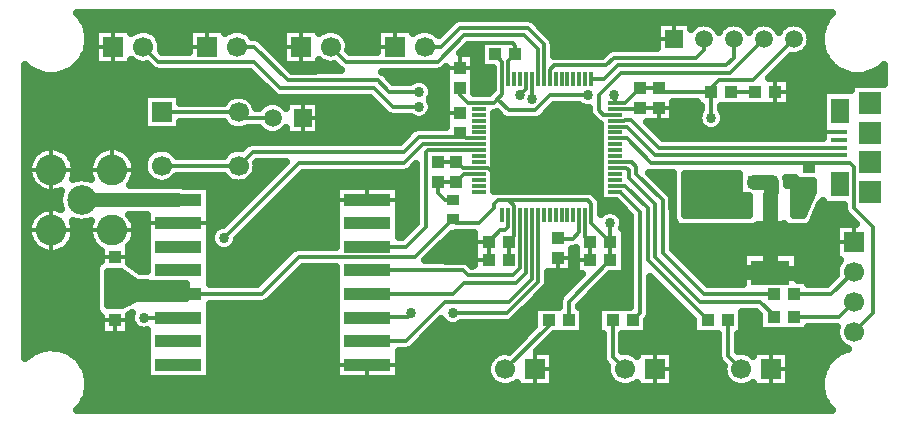
<source format=gbr>
%TF.GenerationSoftware,Novarm,DipTrace,3.3.0.1*%
%TF.CreationDate,2018-11-14T10:18:31-08:00*%
%FSLAX26Y26*%
%MOIN*%
%TF.FileFunction,Copper,L1,Top*%
%TF.Part,Single*%
%TA.AperFunction,Conductor*%
%ADD14C,0.013*%
%ADD15C,0.011811*%
%ADD16C,0.047*%
%ADD17C,0.05*%
%TA.AperFunction,CopperBalancing*%
%ADD18C,0.025*%
%TA.AperFunction,ComponentPad*%
%ADD19C,0.102362*%
%ADD20C,0.098425*%
%ADD21R,0.043307X0.03937*%
%ADD22R,0.03937X0.043307*%
%TA.AperFunction,ComponentPad*%
%ADD23R,0.066929X0.066929*%
%ADD24C,0.066929*%
%ADD25R,0.059055X0.059055*%
%ADD26C,0.059055*%
%ADD27R,0.03937X0.037402*%
%TA.AperFunction,ComponentPad*%
%ADD28C,0.066929*%
%ADD30R,0.037402X0.084646*%
%ADD31R,0.127953X0.084646*%
%ADD36R,0.047244X0.011811*%
%ADD37R,0.011811X0.047244*%
%ADD38R,0.055118X0.017717*%
%ADD39R,0.064961X0.084646*%
%ADD40R,0.076772X0.072835*%
%ADD41R,0.076772X0.076772*%
%ADD42R,0.15748X0.03937*%
%TA.AperFunction,ViaPad*%
%ADD43C,0.034*%
%TA.AperFunction,CopperBalancing*%
%ADD97C,0.013*%
G75*
G01*
%LPD*%
X2396456Y1456200D2*
D14*
X2431200D1*
X2481200Y1506200D1*
X2543700D1*
X2317716Y1082184D2*
Y1057184D1*
X2381200Y993700D1*
Y931200D1*
X2022440Y1534940D2*
Y1593717D1*
X1997939Y1618218D1*
X2061810Y1082184D2*
Y1011810D1*
X2043700Y993700D1*
X1881200Y1506200D2*
Y1481200D1*
X1906200Y1456200D1*
X1943700D1*
X2061810Y1082184D2*
Y1113090D1*
X2043700Y1131200D1*
X2006200D1*
X1993700Y1118700D1*
Y1106200D1*
X1943700Y1056200D1*
X1868700D1*
X1856200Y1068700D1*
X2317716Y1082184D2*
Y1119684D1*
X2306200Y1131200D1*
X2043700D1*
Y931200D2*
Y993700D1*
X2243700Y731200D2*
Y793700D1*
X2381200Y931200D1*
X941830Y819291D2*
X1219291D1*
X1343700Y943700D1*
X1731200D1*
X1856200Y1068700D1*
X2718700Y1493700D2*
Y1406200D1*
Y1206200D2*
X2793700D1*
Y1193700D1*
X2718700Y1493700D2*
Y1506200D1*
X2743700Y1531200D1*
X2856200D1*
X2993700Y1668700D1*
X1943700Y1456200D2*
D15*
X1973822D1*
D14*
X1993700D1*
X2007417Y1469917D1*
X2022440Y1484940D1*
Y1504818D1*
D15*
Y1534940D1*
X2718700Y1493700D2*
D14*
X2556200D1*
X2543700Y1506200D1*
X2396456Y1456200D2*
D15*
Y1468606D1*
D14*
X2393700D1*
Y1481200D1*
X2306200D2*
X2181200D1*
X2131200Y1431200D1*
X2043700D1*
X2004983Y1469917D1*
X2007417D1*
X2718700Y1206200D2*
X2643700Y1131200D1*
X2381200Y1056200D2*
Y993700D1*
X941830Y1134251D2*
D16*
X620078Y1132578D1*
X2298031Y1082184D2*
D14*
Y1009940D1*
X2314271Y993700D1*
Y931200D1*
X1943700Y1239665D2*
X1889665D1*
X1868700Y1260629D1*
X1806200D1*
X2042125Y1534940D2*
Y1595476D1*
X2064868Y1618218D1*
X2396456Y1436515D2*
X2478444D1*
X2481200Y1439271D1*
X2543700D1*
X1976771Y993700D2*
Y931200D1*
X2042125Y1082184D2*
D15*
Y1052062D1*
D14*
Y1042125D1*
X2031200Y1031200D1*
X2014271D1*
X1976771Y993700D1*
X2006200Y1231200D2*
X1982287D1*
X1973822Y1239665D1*
D15*
X1943700D1*
X2818700Y893700D2*
D17*
X2912302D1*
X2915649Y890354D1*
X3006200D1*
Y893700D1*
X2915649Y890354D2*
Y1118700D1*
X2918700Y1193700D1*
X2860629D1*
X1931200Y1643700D2*
D14*
X1943700Y1656200D1*
X2056200D1*
X2064868Y1647532D1*
Y1618218D1*
X2120865Y1082184D2*
D15*
Y1052062D1*
D14*
Y870865D1*
X2043700Y793700D1*
X1831200D1*
X1699310Y661810D1*
X1571751D1*
X1581102Y731200D2*
X1571751Y740550D1*
Y743700D1*
X1706200D1*
X1718700Y756200D1*
X1856200D2*
X2037401D1*
X2140550Y859350D1*
Y1052062D1*
D15*
Y1082184D1*
X2176771Y731200D2*
D14*
Y714271D1*
X2031200Y568700D1*
X2389271Y731200D2*
Y610629D1*
X2431200Y568700D1*
X2993700Y743700D2*
X3143700D1*
X3193700Y793700D1*
X1142687Y1424340D2*
X886781D1*
X1256200Y1406200D2*
X1160827D1*
X1142687Y1424340D1*
X2278346Y1082184D2*
Y1024624D1*
X2257007Y1003285D1*
X2211973D1*
X2209067Y1006191D1*
X2773129Y731200D2*
Y614271D1*
X2818700Y568700D1*
X1943700Y1219980D2*
X1894980D1*
X1868700Y1193700D1*
X1806200D1*
Y1156200D1*
X1830708Y1131692D1*
X1856200D1*
X2785629Y1493700D2*
X2864271D1*
X2120865Y1534940D2*
D15*
Y1504818D1*
D14*
Y1470865D1*
X1743700Y1443700D2*
X1656200D1*
X1593700Y1506200D1*
X1281200D1*
X1193700Y1593700D1*
X875098D1*
X825098Y1643700D1*
X2179920Y1534940D2*
D15*
Y1565062D1*
D14*
Y1567420D1*
X2193700Y1581200D1*
X2368700D1*
X2393700Y1606200D1*
X2668700D1*
X2693700Y1631200D1*
Y1668700D1*
X1142687Y1247175D2*
X886781D1*
X1943700Y1338090D2*
X1899310D1*
X1881200Y1356200D1*
Y1343700D1*
X1743700D1*
X1693700Y1293700D1*
X1189212D1*
X1142687Y1247175D1*
X3143700Y1307381D2*
X2542527D1*
X2449606Y1400302D1*
X2429735D1*
X2426578Y1397145D1*
X2396456D1*
X3143700Y1281791D2*
X2531347D1*
X2438835Y1374302D1*
X2429735D1*
X2426578Y1377460D1*
X2396456D1*
X2160235Y1534940D2*
D15*
Y1565062D1*
D14*
Y1652165D1*
X2106200Y1706200D1*
X1881200D1*
X1818700Y1643700D1*
X1762598D1*
X2140550Y1534940D2*
D15*
Y1565062D1*
D14*
Y1634350D1*
X2093700Y1681200D1*
X1893700D1*
X1806200Y1593700D1*
X1500098D1*
X1450098Y1643700D1*
X2101180Y1534940D2*
D15*
Y1504818D1*
X1137598Y1643700D2*
D14*
X1193700D1*
X1306200Y1531200D1*
X1606200D1*
X1643700Y1493700D1*
X1743700D1*
X2081200Y1481200D2*
X2101180Y1501180D1*
D15*
Y1534940D1*
X941830Y740550D2*
D14*
X828050D1*
X1093700Y1006200D2*
X1343700Y1256200D1*
X1693700D1*
D15*
X1755905Y1318405D1*
X1943700D1*
Y1298720D2*
X1913578D1*
D14*
X1773720D1*
X1768700Y1293700D1*
Y1043700D1*
X1701771Y976771D1*
X1571751D1*
X3193700Y893700D2*
X3118700Y818700D1*
X2993700D1*
X2396456Y1160924D2*
D15*
X2413976D1*
X2481200Y1093700D1*
D14*
Y756200D1*
X2456200Y731200D1*
X2396456Y1259350D2*
D15*
X2426578D1*
D14*
X2453050D1*
X2468700Y1243700D1*
Y1218700D1*
X2556200Y1131200D1*
Y956200D1*
X2693700Y818700D1*
X2926771D1*
X2101180Y1082184D2*
D15*
Y1052062D1*
D14*
Y888680D1*
X2068700Y856200D1*
X1893700D1*
X1856791Y819291D1*
X1571751D1*
X2317716Y1534940D2*
D15*
X2330121D1*
D14*
X2359940D1*
X2406200Y1581200D1*
X2768700D1*
X2793700Y1606200D1*
Y1668700D1*
X2396456Y1416830D2*
D15*
X2366334D1*
D14*
X2358070D1*
X2343700Y1431200D1*
Y1481200D1*
X2418700Y1556200D1*
X2781200D1*
X2893700Y1668700D1*
X2396456Y1180609D2*
X2431791D1*
X2506200Y1106200D1*
Y931200D1*
X2706200Y731200D1*
X2396456Y1239665D2*
D15*
X2435235D1*
D14*
X2443700Y1231200D1*
Y1206200D1*
X2531200Y1118700D1*
Y943700D1*
X2681200Y793700D1*
X2881200D1*
X2926771Y748129D1*
Y743700D1*
X2396456Y1338090D2*
D15*
X2426578D1*
D14*
X2436810D1*
X2518700Y1256200D1*
X3043700D1*
Y1243700D1*
X3143700Y1256200D2*
X3043700D1*
X3143700D2*
X3181200D1*
X3193700Y1243700D1*
Y1106200D1*
X3256200Y1043700D1*
Y756200D1*
X3193700Y693700D1*
X2081495Y1082184D2*
D15*
Y1052062D1*
D14*
Y906495D1*
X2056200Y881200D1*
X1906200D1*
X1889369Y898031D1*
X1571751D1*
D43*
X2718700Y1406200D3*
Y1206200D3*
X2393700Y1481200D3*
X2306200D3*
X2643700Y1131200D3*
X2381200Y1056200D3*
X2718700Y1206200D3*
X1718700Y756200D3*
X1856200D3*
X2120865Y1470865D3*
X1743700Y1443700D3*
Y1493700D3*
X2081200Y1481200D3*
X828050Y740550D3*
X1093700Y1006200D3*
X3043700Y1343700D3*
X2006200Y1231200D3*
X1906200Y993700D3*
X2818700Y893700D3*
X3006200D3*
X2006200Y1393700D3*
X2243700Y1418700D3*
X2318700Y1181200D3*
X2193700Y1306200D3*
X2568700Y1206200D3*
X2843700Y1006200D3*
X3006200D3*
X2718700Y868700D3*
X2618700Y956200D3*
X1956200Y1531200D3*
X2868700Y731200D3*
X2543700Y818700D3*
X2393700Y831200D3*
X2181200D3*
X1793700Y943700D3*
X1806200Y693700D3*
X1456200Y631200D3*
X1081200D3*
X1431200Y881200D3*
X1081200Y918700D3*
X1443700Y1093700D3*
X1093700Y1156200D3*
X1243700Y1243700D3*
X1556200Y1331200D3*
X1681200Y1543700D3*
X1931200Y1643700D3*
X1568700Y1631200D3*
X1406200Y1568700D3*
X931200Y1631200D3*
Y1543700D3*
X1143700D3*
X1256200Y1681200D3*
X1018700Y1331200D3*
X806200Y618700D3*
X606200Y831200D3*
X3131200Y1081200D3*
X2281200Y1631200D3*
X1706200Y1056200D3*
X1718700Y1218700D3*
X2568700Y1343700D3*
X2781200Y1356200D3*
X2931200Y1343700D3*
X2318700Y731200D3*
X2293700Y581200D3*
X2718700Y656200D3*
X3106200Y681200D3*
X627237Y1730331D2*
D18*
X1856186D1*
X2131214D2*
X3097671D1*
X638182Y1705462D2*
X1831283D1*
X2156119D2*
X2535187D1*
X3038474D2*
X3086726D1*
X643241Y1680594D2*
X662642D1*
X874873D2*
X975121D1*
X1187352D2*
X1287637D1*
X1499868D2*
X1600116D1*
X2180986D2*
X2535187D1*
X3050962D2*
X3081630D1*
X643133Y1655725D2*
X662642D1*
X886356D2*
X975121D1*
X1230844D2*
X1287637D1*
X1511351D2*
X1600116D1*
X2195554D2*
X2535187D1*
X3050710D2*
X3081775D1*
X637859Y1630856D2*
X662642D1*
X887109D2*
X975121D1*
X1255712D2*
X1287637D1*
X1512104D2*
X1600116D1*
X1892514D2*
X1947296D1*
X2195734D2*
X2369258D1*
X3037506D2*
X3087049D1*
X626591Y1605987D2*
X662642D1*
X1929868D2*
X1947296D1*
X2980163D2*
X3098317D1*
X607033Y1581119D2*
X838511D1*
X1305448D2*
X1463506D1*
X1929868D2*
X1947296D1*
X2955294D2*
X3117875D1*
X434718Y1556250D2*
X467289D1*
X570109D2*
X1181994D1*
X1630200D2*
X1832503D1*
X1929868D2*
X1986948D1*
X2930427D2*
X3154763D1*
X3257619D2*
X3290190D1*
X434718Y1531381D2*
X1206861D1*
X1655175D2*
X1719468D1*
X1767923D2*
X1832503D1*
X1929868D2*
X1987128D1*
X2981850D2*
X3290190D1*
X434718Y1506512D2*
X1231729D1*
X1787767D2*
X1832503D1*
X1929868D2*
X1986983D1*
X2981850D2*
X3181641D1*
X434718Y1481644D2*
X824301D1*
X949262D2*
X1122533D1*
X1162844D2*
X1256669D1*
X1787982D2*
X1832503D1*
X2981850D2*
X3087157D1*
X434718Y1456775D2*
X824301D1*
X1195607D2*
X1229577D1*
X1282805D2*
X1297684D1*
X1414714D2*
X1593944D1*
X1787695D2*
X1832503D1*
X2592398D2*
X2668029D1*
X2981850D2*
X3087157D1*
X434718Y1431906D2*
X824301D1*
X1414714D2*
X1618813D1*
X1788054D2*
X1832503D1*
X2181058D2*
X2308183D1*
X2592398D2*
X2681092D1*
X2756281D2*
X3087157D1*
X434718Y1407037D2*
X824301D1*
X1414714D2*
X1717781D1*
X1769609D2*
X1832503D1*
X1996326D2*
X2018742D1*
X2156190D2*
X2318697D1*
X2592398D2*
X2672695D1*
X2764678D2*
X3087157D1*
X434718Y1382169D2*
X824301D1*
X949262D2*
X1097558D1*
X1414714D2*
X1832503D1*
X1996326D2*
X2343817D1*
X2516898D2*
X2679944D1*
X2757465D2*
X3087157D1*
X434718Y1357300D2*
X1226347D1*
X1414714D2*
X1708128D1*
X1996326D2*
X2343817D1*
X2541766D2*
X3087157D1*
X434718Y1332431D2*
X1683260D1*
X1996326D2*
X2343817D1*
X434718Y1307562D2*
X491367D1*
X546031D2*
X694112D1*
X748776D2*
X1153897D1*
X1996326D2*
X2343817D1*
X434718Y1282693D2*
X455699D1*
X581700D2*
X658480D1*
X784445D2*
X835962D1*
X937599D2*
X1091889D1*
X1996326D2*
X2343817D1*
X595120Y1257825D2*
X645023D1*
X797865D2*
X825270D1*
X1204183D2*
X1296142D1*
X1996326D2*
X2343817D1*
X598888Y1232956D2*
X641291D1*
X801634D2*
X826023D1*
X1203428D2*
X1271273D1*
X1719623D2*
X1733210D1*
X1996326D2*
X2343817D1*
X594439Y1208087D2*
X612045D1*
X628133D2*
X645705D1*
X797220D2*
X838797D1*
X934764D2*
X1094724D1*
X1190654D2*
X1246406D1*
X1344741D2*
X1733210D1*
X1996326D2*
X2343817D1*
X2528489D2*
X2589695D1*
X434718Y1183218D2*
X457385D1*
X954428D2*
X1221539D1*
X1319873D2*
X1733210D1*
X1996326D2*
X2343817D1*
X2553356D2*
X2589695D1*
X434718Y1158350D2*
X498364D1*
X1049557D2*
X1196671D1*
X1295006D2*
X1464008D1*
X1679504D2*
X1733210D1*
X2327465D2*
X2343817D1*
X434718Y1133481D2*
X541856D1*
X1049557D2*
X1171802D1*
X1270138D2*
X1464008D1*
X1679504D2*
X1733210D1*
X434718Y1108612D2*
X509739D1*
X527658D2*
X545767D1*
X1049557D2*
X1146935D1*
X1245270D2*
X1464008D1*
X1679504D2*
X1733210D1*
X2353230D2*
X2417953D1*
X3079633D2*
X3158208D1*
X434718Y1083743D2*
X458999D1*
X1049557D2*
X1122067D1*
X1220402D2*
X1464008D1*
X1679504D2*
X1733210D1*
X2417355D2*
X2442821D1*
X3068976D2*
X3167036D1*
X796539Y1058875D2*
X834096D1*
X1049557D2*
X1097200D1*
X1195535D2*
X1464008D1*
X1679504D2*
X1733210D1*
X2427116D2*
X2445692D1*
X3058318D2*
X3191867D1*
X598817Y1034006D2*
X641327D1*
X801598D2*
X834096D1*
X1170667D2*
X1464008D1*
X1679504D2*
X1709851D1*
X2431852D2*
X2445692D1*
X2591716D2*
X3131224D1*
X595695Y1009137D2*
X644485D1*
X798440D2*
X834096D1*
X1145798D2*
X1464008D1*
X1845792D2*
X1926124D1*
X2431852D2*
X2445692D1*
X2591716D2*
X3131224D1*
X434718Y984268D2*
X454298D1*
X583099D2*
X657044D1*
X785844D2*
X834096D1*
X1133777D2*
X1464008D1*
X1820924D2*
X1926124D1*
X2431852D2*
X2445692D1*
X2591716D2*
X3131224D1*
X434718Y959399D2*
X486558D1*
X550839D2*
X682522D1*
X779888D2*
X834096D1*
X1049557D2*
X1310245D1*
X1796057D2*
X1926124D1*
X2431852D2*
X2445692D1*
X2602159D2*
X3131224D1*
X434718Y934531D2*
X682522D1*
X779888D2*
X834096D1*
X1049557D2*
X1285376D1*
X1771188D2*
X1926124D1*
X2431852D2*
X2445692D1*
X2627027D2*
X2822655D1*
X3008619D2*
X3131224D1*
X434718Y909662D2*
X664939D1*
X798260D2*
X834096D1*
X1049557D2*
X1260508D1*
X1358843D2*
X1464008D1*
X2431852D2*
X2445692D1*
X2651894D2*
X2822655D1*
X3008619D2*
X3133413D1*
X434718Y884793D2*
X664688D1*
X1049557D2*
X1235641D1*
X1333976D2*
X1464008D1*
X2176033D2*
X2285612D1*
X2383947D2*
X2445692D1*
X2676762D2*
X2822655D1*
X3008619D2*
X3131905D1*
X434718Y859924D2*
X664688D1*
X1049557D2*
X1210737D1*
X1309108D2*
X1464008D1*
X2176033D2*
X2260745D1*
X2359079D2*
X2445692D1*
X2701629D2*
X2822655D1*
X3044360D2*
X3110770D1*
X434718Y835056D2*
X664688D1*
X1284241D2*
X1464008D1*
X2165413D2*
X2235877D1*
X2334212D2*
X2445692D1*
X2516683D2*
X2553165D1*
X434718Y810187D2*
X664688D1*
X1259372D2*
X1464008D1*
X2140545D2*
X2212624D1*
X2309344D2*
X2445692D1*
X2516683D2*
X2578032D1*
X434718Y785318D2*
X664688D1*
X1049557D2*
X1464008D1*
X2115676D2*
X2208210D1*
X2284476D2*
X2445692D1*
X2516683D2*
X2602901D1*
X434718Y760449D2*
X666015D1*
X1049557D2*
X1464008D1*
X2090809D2*
X2126107D1*
X2294344D2*
X2338613D1*
X2516683D2*
X2627768D1*
X2823780D2*
X2865285D1*
X434718Y735581D2*
X682522D1*
X1049557D2*
X1464008D1*
X2065941D2*
X2126107D1*
X2294344D2*
X2338613D1*
X2509470D2*
X2652636D1*
X2823780D2*
X2876123D1*
X434718Y710712D2*
X682522D1*
X779888D2*
X793906D1*
X1049557D2*
X1464008D1*
X1797384D2*
X2124025D1*
X2294344D2*
X2338613D1*
X2506851D2*
X2655543D1*
X2823780D2*
X2876123D1*
X434718Y685843D2*
X682522D1*
X779888D2*
X834096D1*
X1049557D2*
X1464008D1*
X1772516D2*
X2099158D1*
X2294344D2*
X2338613D1*
X2506851D2*
X2655543D1*
X2823780D2*
X3131762D1*
X434718Y660974D2*
X834096D1*
X1049557D2*
X1464008D1*
X1747649D2*
X2074291D1*
X2172661D2*
X2353756D1*
X2424783D2*
X2737645D1*
X2808636D2*
X3140948D1*
X434718Y636106D2*
X480781D1*
X556616D2*
X834096D1*
X1049557D2*
X1464008D1*
X1722494D2*
X2049423D1*
X2147758D2*
X2353756D1*
X2424783D2*
X2737645D1*
X2808636D2*
X3168292D1*
X601687Y611237D2*
X834096D1*
X1049557D2*
X1464008D1*
X1679504D2*
X1986445D1*
X2193653D2*
X2353756D1*
X2593654D2*
X2737752D1*
X2981167D2*
X3123221D1*
X623469Y586368D2*
X834096D1*
X1049557D2*
X1464008D1*
X1679504D2*
X1971410D1*
X2193653D2*
X2364378D1*
X2593654D2*
X2751855D1*
X2981167D2*
X3101439D1*
X636136Y561499D2*
X834096D1*
X1049557D2*
X1464008D1*
X1679504D2*
X1969186D1*
X2193653D2*
X2369187D1*
X2593654D2*
X2756663D1*
X2981167D2*
X3088772D1*
X642523Y536630D2*
X1978049D1*
X2193653D2*
X2378014D1*
X2593654D2*
X2765527D1*
X2981167D2*
X3082385D1*
X643636Y511762D2*
X2009878D1*
X2052520D2*
X2068728D1*
X2193653D2*
X2409878D1*
X2452522D2*
X2468729D1*
X2593654D2*
X2797393D1*
X2839999D2*
X2856242D1*
X2981167D2*
X3081272D1*
X639616Y486893D2*
X3085255D1*
X629964Y462024D2*
X3094944D1*
X612775Y437155D2*
X3112096D1*
X596359Y1029363D2*
X595600Y1020213D1*
X593767Y1011217D1*
X590885Y1002501D1*
X586995Y994184D1*
X582150Y986385D1*
X576420Y979212D1*
X569884Y972766D1*
X562632Y967134D1*
X554767Y962399D1*
X546397Y958624D1*
X537641Y955864D1*
X528620Y954155D1*
X519461Y953523D1*
X510292Y953976D1*
X501239Y955507D1*
X492431Y958095D1*
X483989Y961705D1*
X476032Y966285D1*
X468671Y971773D1*
X462010Y978091D1*
X456140Y985150D1*
X451144Y992852D1*
X447091Y1001091D1*
X444039Y1009750D1*
X442029Y1018708D1*
X441091Y1027842D1*
X441237Y1037022D1*
X442465Y1046120D1*
X444758Y1055010D1*
X448083Y1063567D1*
X452396Y1071672D1*
X457633Y1079213D1*
X463725Y1086082D1*
X470583Y1092184D1*
X478115Y1097436D1*
X486213Y1101762D1*
X494764Y1105102D1*
X503651Y1107410D1*
X512747Y1108653D1*
X521927Y1108814D1*
X531061Y1107892D1*
X540023Y1105897D1*
X548687Y1102860D1*
X550850Y1101911D1*
X548071Y1109182D1*
X546457Y1114903D1*
X545297Y1120734D1*
X544599Y1126637D1*
X544365Y1132578D1*
X544599Y1138519D1*
X545297Y1144422D1*
X546457Y1150252D1*
X548071Y1155974D1*
X550917Y1163260D1*
X542935Y1160151D1*
X534058Y1157808D1*
X524966Y1156528D1*
X515788Y1156330D1*
X506649Y1157216D1*
X497679Y1159172D1*
X489003Y1162175D1*
X480742Y1166180D1*
X473011Y1171132D1*
X465918Y1176961D1*
X459562Y1183587D1*
X454032Y1190915D1*
X449406Y1198846D1*
X445747Y1207267D1*
X443108Y1216060D1*
X441525Y1225103D1*
X441019Y1234271D1*
X441599Y1243434D1*
X443256Y1252464D1*
X445966Y1261235D1*
X449692Y1269627D1*
X454384Y1277519D1*
X459972Y1284802D1*
X466381Y1291376D1*
X473522Y1297148D1*
X481292Y1302037D1*
X489586Y1305974D1*
X498285Y1308906D1*
X507271Y1310792D1*
X516417Y1311603D1*
X525594Y1311330D1*
X534674Y1309977D1*
X543532Y1307561D1*
X552043Y1304117D1*
X560087Y1299693D1*
X567554Y1294352D1*
X574338Y1288166D1*
X580346Y1281224D1*
X585491Y1273620D1*
X589705Y1265462D1*
X592926Y1256865D1*
X595111Y1247948D1*
X596228Y1238835D1*
X596294Y1230283D1*
X595319Y1221154D1*
X593273Y1212204D1*
X590186Y1203557D1*
X589414Y1201804D1*
X596682Y1204585D1*
X602403Y1206199D1*
X608234Y1207359D1*
X614137Y1208057D1*
X620078Y1208291D1*
X626019Y1208057D1*
X631922Y1207359D1*
X637752Y1206199D1*
X643474Y1204585D1*
X650760Y1201739D1*
X647893Y1208999D1*
X645462Y1217852D1*
X644094Y1226931D1*
X643805Y1236107D1*
X644600Y1245254D1*
X646470Y1254242D1*
X649388Y1262948D1*
X653312Y1271249D1*
X658187Y1279027D1*
X663947Y1286178D1*
X670510Y1292598D1*
X677784Y1298199D1*
X685669Y1302902D1*
X694053Y1306644D1*
X702819Y1309368D1*
X711847Y1311040D1*
X721010Y1311636D1*
X730178Y1311146D1*
X739224Y1309578D1*
X748022Y1306953D1*
X756448Y1303309D1*
X764386Y1298696D1*
X771725Y1293179D1*
X778360Y1286835D1*
X784201Y1279752D1*
X789167Y1272029D1*
X793186Y1263775D1*
X796203Y1255104D1*
X798176Y1246137D1*
X799078Y1237001D1*
X798941Y1228449D1*
X797751Y1219346D1*
X795494Y1210445D1*
X792203Y1201875D1*
X787924Y1193752D1*
X782717Y1186191D1*
X780440Y1183409D1*
X945494Y1184117D1*
X953249Y1182930D1*
X960961Y1180436D1*
X1047070D1*
Y852306D1*
X1205615Y852291D1*
X1322268Y968793D1*
X1326457Y971838D1*
X1331071Y974188D1*
X1335997Y975788D1*
X1341111Y976599D1*
X1408004Y976700D1*
X1466532D1*
X1466511Y1180436D1*
X1676991D1*
Y1009771D1*
X1688124D1*
X1735705Y1057375D1*
X1735700Y1252367D1*
X1720398Y1236802D1*
X1717035Y1232865D1*
X1713098Y1229502D1*
X1708682Y1226797D1*
X1703898Y1224815D1*
X1698863Y1223607D1*
X1693700Y1223200D1*
X1357357D1*
X1137066Y1002787D1*
X1135998Y996045D1*
X1133889Y989553D1*
X1130789Y983472D1*
X1126777Y977949D1*
X1121951Y973123D1*
X1116428Y969111D1*
X1110347Y966011D1*
X1103855Y963902D1*
X1097113Y962834D1*
X1090287D1*
X1083545Y963902D1*
X1077053Y966011D1*
X1070972Y969111D1*
X1065449Y973123D1*
X1060623Y977949D1*
X1056611Y983472D1*
X1053511Y989553D1*
X1051402Y996045D1*
X1050334Y1002787D1*
Y1009613D1*
X1051402Y1016355D1*
X1053511Y1022847D1*
X1056611Y1028928D1*
X1060623Y1034451D1*
X1065449Y1039277D1*
X1070972Y1043289D1*
X1077053Y1046389D1*
X1083545Y1048498D1*
X1090407Y1049570D1*
X1301548Y1260717D1*
X1202913Y1260700D1*
X1201913Y1256556D1*
X1202651Y1247175D1*
X1201913Y1237794D1*
X1199717Y1228645D1*
X1196116Y1219952D1*
X1191199Y1211928D1*
X1185088Y1204773D1*
X1177934Y1198663D1*
X1169910Y1193746D1*
X1161217Y1190145D1*
X1152067Y1187949D1*
X1142687Y1187210D1*
X1133306Y1187949D1*
X1124157Y1190145D1*
X1115464Y1193746D1*
X1107440Y1198663D1*
X1100285Y1204773D1*
X1094175Y1211928D1*
X1092672Y1214176D1*
X936819Y1214175D1*
X932378Y1208231D1*
X925725Y1201578D1*
X918113Y1196046D1*
X909729Y1191775D1*
X900780Y1188868D1*
X891486Y1187396D1*
X882077D1*
X872783Y1188868D1*
X863834Y1191775D1*
X855449Y1196046D1*
X847838Y1201578D1*
X841184Y1208231D1*
X835653Y1215843D1*
X831381Y1224228D1*
X828474Y1233176D1*
X827002Y1242470D1*
Y1251880D1*
X828474Y1261174D1*
X831381Y1270123D1*
X835653Y1278507D1*
X841184Y1286119D1*
X847838Y1292772D1*
X855449Y1298304D1*
X863834Y1302575D1*
X872783Y1305482D1*
X882077Y1306955D1*
X891486D1*
X900780Y1305482D1*
X909729Y1302575D1*
X918113Y1298304D1*
X925725Y1292772D1*
X932378Y1286119D1*
X936796Y1280174D1*
X1092649Y1280175D1*
X1097090Y1286119D1*
X1103743Y1292772D1*
X1111355Y1298304D1*
X1119739Y1302575D1*
X1128688Y1305482D1*
X1137982Y1306955D1*
X1147392D1*
X1154720Y1305875D1*
X1167780Y1318793D1*
X1171969Y1321836D1*
X1176583Y1324188D1*
X1181508Y1325788D1*
X1186623Y1326598D1*
X1253516Y1326700D1*
X1679999D1*
X1722268Y1368793D1*
X1726457Y1371838D1*
X1731071Y1374188D1*
X1735997Y1375788D1*
X1741111Y1376599D1*
X1808004Y1376700D1*
X1835025D1*
X1835015Y1575852D1*
X1827632Y1568607D1*
X1823443Y1565562D1*
X1818829Y1563212D1*
X1813903Y1561612D1*
X1808789Y1560801D1*
X1741896Y1560700D1*
X1621182Y1560603D1*
X1625596Y1557898D1*
X1629535Y1554535D1*
X1657369Y1526700D1*
X1715449Y1526777D1*
X1720972Y1530789D1*
X1727053Y1533889D1*
X1733545Y1535998D1*
X1740287Y1537066D1*
X1747113D1*
X1753855Y1535998D1*
X1760347Y1533889D1*
X1766428Y1530789D1*
X1771951Y1526777D1*
X1776777Y1521951D1*
X1780789Y1516428D1*
X1783889Y1510347D1*
X1785998Y1503855D1*
X1787066Y1497113D1*
Y1490287D1*
X1785998Y1483545D1*
X1783889Y1477053D1*
X1780789Y1470972D1*
X1779285Y1468720D1*
X1782459Y1463448D1*
X1785071Y1457142D1*
X1786665Y1450504D1*
X1787200Y1443700D1*
X1786665Y1436896D1*
X1785071Y1430258D1*
X1782459Y1423952D1*
X1778892Y1418132D1*
X1774459Y1412941D1*
X1769268Y1408508D1*
X1763448Y1404941D1*
X1757142Y1402329D1*
X1750504Y1400735D1*
X1743700Y1400200D1*
X1736896Y1400735D1*
X1730258Y1402329D1*
X1723952Y1404941D1*
X1718132Y1408508D1*
X1715361Y1410704D1*
X1653611Y1410801D1*
X1648497Y1411612D1*
X1643571Y1413212D1*
X1638957Y1415562D1*
X1634768Y1418607D1*
X1587396Y1465835D1*
X1580011Y1473220D1*
X1278611Y1473301D1*
X1273497Y1474112D1*
X1268571Y1475712D1*
X1263957Y1478062D1*
X1259768Y1481107D1*
X1212396Y1528335D1*
X1180044Y1560687D1*
X872508Y1560801D1*
X867394Y1561612D1*
X862469Y1563212D1*
X857855Y1565562D1*
X853666Y1568607D1*
X837172Y1584956D1*
X829802Y1583920D1*
X820393D1*
X811099Y1585393D1*
X802150Y1588300D1*
X793766Y1592571D1*
X786154Y1598103D1*
X785062Y1598940D1*
Y1583735D1*
X665133D1*
Y1703665D1*
X785062D1*
Y1688342D1*
X789851Y1692212D1*
X797875Y1697129D1*
X806567Y1700730D1*
X815717Y1702926D1*
X825098Y1703665D1*
X834478Y1702926D1*
X843628Y1700730D1*
X852321Y1697129D1*
X860344Y1692212D1*
X867499Y1686102D1*
X873609Y1678947D1*
X878527Y1670923D1*
X882128Y1662230D1*
X884323Y1653081D1*
X885062Y1643700D1*
X884323Y1634319D1*
X883797Y1631667D1*
X888751Y1626716D1*
X977619Y1626700D1*
X977633Y1703665D1*
X1097562D1*
Y1688342D1*
X1102351Y1692212D1*
X1110375Y1697129D1*
X1119067Y1700730D1*
X1128217Y1702926D1*
X1137598Y1703665D1*
X1146978Y1702926D1*
X1156128Y1700730D1*
X1164821Y1697129D1*
X1172844Y1692212D1*
X1179999Y1686102D1*
X1186109Y1678947D1*
X1187612Y1676699D1*
X1196289Y1676599D1*
X1201403Y1675788D1*
X1206329Y1674188D1*
X1210943Y1671838D1*
X1215132Y1668793D1*
X1262504Y1621565D1*
X1290137Y1593932D1*
X1290133Y1703665D1*
X1410062D1*
Y1688342D1*
X1414851Y1692212D1*
X1422875Y1697129D1*
X1431567Y1700730D1*
X1440717Y1702926D1*
X1450098Y1703665D1*
X1459478Y1702926D1*
X1468628Y1700730D1*
X1477321Y1697129D1*
X1485344Y1692212D1*
X1492499Y1686102D1*
X1498609Y1678947D1*
X1503527Y1670923D1*
X1507128Y1662230D1*
X1509323Y1653081D1*
X1510062Y1643700D1*
X1509323Y1634319D1*
X1508797Y1631667D1*
X1513751Y1626716D1*
X1602619Y1626700D1*
X1602633Y1703665D1*
X1722562D1*
Y1688342D1*
X1727351Y1692212D1*
X1735375Y1697129D1*
X1744067Y1700730D1*
X1753217Y1702926D1*
X1762598Y1703665D1*
X1771978Y1702926D1*
X1781128Y1700730D1*
X1789821Y1697129D1*
X1797844Y1692212D1*
X1804999Y1686102D1*
X1809414Y1681099D1*
X1859768Y1731293D1*
X1863957Y1734338D1*
X1868571Y1736688D1*
X1873497Y1738288D1*
X1878611Y1739099D1*
X1945504Y1739200D1*
X2108789Y1739099D1*
X2113903Y1738288D1*
X2118829Y1736688D1*
X2123443Y1734338D1*
X2127632Y1731293D1*
X2175004Y1684065D1*
X2185329Y1673596D1*
X2188373Y1669407D1*
X2190724Y1664793D1*
X2192323Y1659868D1*
X2193134Y1654754D1*
X2193235Y1614163D1*
X2354999Y1614200D1*
X2372268Y1631293D1*
X2376457Y1634338D1*
X2381071Y1636688D1*
X2385997Y1638288D1*
X2391111Y1639099D1*
X2458004Y1639200D1*
X2537703D1*
X2537672Y1724728D1*
X2649728D1*
Y1703419D1*
X2654082Y1708318D1*
X2660768Y1714027D1*
X2668264Y1718621D1*
X2676386Y1721985D1*
X2684935Y1724037D1*
X2693700Y1724728D1*
X2702465Y1724037D1*
X2711014Y1721985D1*
X2719136Y1718621D1*
X2726632Y1714027D1*
X2733318Y1708318D1*
X2739027Y1701632D1*
X2743700Y1693964D1*
X2748373Y1701632D1*
X2754082Y1708318D1*
X2760768Y1714027D1*
X2768264Y1718621D1*
X2776386Y1721985D1*
X2784935Y1724037D1*
X2793700Y1724728D1*
X2802465Y1724037D1*
X2811014Y1721985D1*
X2819136Y1718621D1*
X2826632Y1714027D1*
X2833318Y1708318D1*
X2839027Y1701632D1*
X2843700Y1693964D1*
X2848373Y1701632D1*
X2854082Y1708318D1*
X2860768Y1714027D1*
X2868264Y1718621D1*
X2876386Y1721985D1*
X2884935Y1724037D1*
X2893700Y1724728D1*
X2902465Y1724037D1*
X2911014Y1721985D1*
X2919136Y1718621D1*
X2926632Y1714027D1*
X2933318Y1708318D1*
X2939027Y1701632D1*
X2943700Y1693964D1*
X2948373Y1701632D1*
X2954082Y1708318D1*
X2960768Y1714027D1*
X2968264Y1718621D1*
X2976386Y1721985D1*
X2984935Y1724037D1*
X2993700Y1724728D1*
X3002465Y1724037D1*
X3011014Y1721985D1*
X3019136Y1718621D1*
X3026632Y1714027D1*
X3033318Y1708318D1*
X3039027Y1701632D1*
X3043621Y1694136D1*
X3046985Y1686014D1*
X3049037Y1677465D1*
X3049728Y1668700D1*
X3049037Y1659935D1*
X3046985Y1651386D1*
X3043621Y1643264D1*
X3039027Y1635768D1*
X3033318Y1629082D1*
X3026632Y1623373D1*
X3019136Y1618779D1*
X3011014Y1615415D1*
X3002465Y1613363D1*
X2993700Y1612672D1*
X2985020Y1613352D1*
X2911556Y1539886D1*
X2979354Y1539885D1*
Y1447515D1*
X2751716D1*
X2751777Y1434451D1*
X2755789Y1428928D1*
X2758889Y1422847D1*
X2760998Y1416355D1*
X2762066Y1409613D1*
Y1402787D1*
X2760998Y1396045D1*
X2758889Y1389553D1*
X2755789Y1383472D1*
X2751777Y1377949D1*
X2746951Y1373123D1*
X2741428Y1369111D1*
X2735347Y1366011D1*
X2728855Y1363902D1*
X2722113Y1362834D1*
X2715287D1*
X2708545Y1363902D1*
X2702053Y1366011D1*
X2695972Y1369111D1*
X2690449Y1373123D1*
X2685623Y1377949D1*
X2681611Y1383472D1*
X2678511Y1389553D1*
X2676402Y1396045D1*
X2675334Y1402787D1*
Y1409613D1*
X2676402Y1416355D1*
X2678511Y1422847D1*
X2681611Y1428928D1*
X2685704Y1434539D1*
X2685700Y1447503D1*
X2670546Y1447515D1*
Y1460684D1*
X2589911Y1460700D1*
X2589885Y1391117D1*
X2505460D1*
X2556192Y1340385D1*
X3089653Y1340381D1*
X3089641Y1498251D1*
X3184124D1*
X3184129Y1519905D1*
X3292679D1*
X3292700Y1581809D1*
X3282532Y1572722D1*
X3275134Y1567279D1*
X3267351Y1562403D1*
X3259225Y1558125D1*
X3250800Y1554466D1*
X3242127Y1551449D1*
X3233250Y1549090D1*
X3224222Y1547401D1*
X3215094Y1546392D1*
X3205915Y1546069D1*
X3196738Y1546435D1*
X3187615Y1547485D1*
X3178595Y1549216D1*
X3169730Y1551617D1*
X3161070Y1554675D1*
X3152663Y1558372D1*
X3144556Y1562688D1*
X3136794Y1567599D1*
X3129423Y1573077D1*
X3122482Y1579091D1*
X3116011Y1585608D1*
X3110045Y1592591D1*
X3104619Y1600001D1*
X3099762Y1607796D1*
X3095502Y1615932D1*
X3091864Y1624365D1*
X3088867Y1633046D1*
X3086527Y1641928D1*
X3084859Y1650959D1*
X3083872Y1660090D1*
X3083570Y1669270D1*
X3083957Y1678445D1*
X3085029Y1687567D1*
X3086780Y1696582D1*
X3089203Y1705441D1*
X3092280Y1714095D1*
X3095997Y1722493D1*
X3100333Y1730590D1*
X3105260Y1738339D1*
X3110755Y1745699D1*
X3119414Y1755224D1*
X605596Y1755200D1*
X615208Y1744361D1*
X620599Y1736927D1*
X625420Y1729109D1*
X629642Y1720953D1*
X633241Y1712503D1*
X636199Y1703809D1*
X638497Y1694917D1*
X640123Y1685877D1*
X641067Y1676742D1*
X641331Y1668700D1*
X640987Y1659523D1*
X639957Y1650396D1*
X638247Y1641372D1*
X635867Y1632502D1*
X632830Y1623835D1*
X629151Y1615419D1*
X624855Y1607302D1*
X619961Y1599529D1*
X614501Y1592145D1*
X608503Y1585191D1*
X602001Y1578704D1*
X595032Y1572722D1*
X587634Y1567279D1*
X579851Y1562403D1*
X571725Y1558125D1*
X563300Y1554466D1*
X554627Y1551449D1*
X545750Y1549090D1*
X536722Y1547401D1*
X527594Y1546392D1*
X518415Y1546069D1*
X509238Y1546435D1*
X500115Y1547485D1*
X491095Y1549216D1*
X482230Y1551617D1*
X473570Y1554675D1*
X465163Y1558372D1*
X457056Y1562688D1*
X449294Y1567599D1*
X441923Y1573077D1*
X432176Y1581917D1*
X432200Y605591D1*
X442814Y615032D1*
X450237Y620441D1*
X458043Y625279D1*
X466190Y629520D1*
X474630Y633140D1*
X483319Y636116D1*
X492205Y638435D1*
X501241Y640082D1*
X510375Y641048D1*
X519554Y641329D1*
X528729Y640920D1*
X537848Y639827D1*
X546860Y638054D1*
X555713Y635612D1*
X564359Y632514D1*
X572749Y628777D1*
X580835Y624424D1*
X588574Y619477D1*
X595920Y613965D1*
X602833Y607919D1*
X609275Y601372D1*
X615208Y594361D1*
X620599Y586927D1*
X625420Y579109D1*
X629642Y570953D1*
X633241Y562503D1*
X636199Y553809D1*
X638497Y544917D1*
X640123Y535877D1*
X641067Y526742D1*
X641331Y518700D1*
X640987Y509523D1*
X639957Y500396D1*
X638247Y491372D1*
X635867Y482502D1*
X632830Y473835D1*
X629151Y465419D1*
X624855Y457302D1*
X619961Y449529D1*
X614501Y442145D1*
X605481Y432175D1*
X3119304Y432200D1*
X3110045Y442591D1*
X3104619Y450001D1*
X3099762Y457796D1*
X3095502Y465932D1*
X3091864Y474365D1*
X3088867Y483046D1*
X3086527Y491928D1*
X3084859Y500959D1*
X3083872Y510090D1*
X3083570Y519270D1*
X3083957Y528445D1*
X3085029Y537567D1*
X3086780Y546582D1*
X3089203Y555441D1*
X3092280Y564095D1*
X3095997Y572493D1*
X3100333Y580590D1*
X3105260Y588339D1*
X3110755Y595699D1*
X3116785Y602625D1*
X3123318Y609082D1*
X3130314Y615032D1*
X3137737Y620441D1*
X3145543Y625279D1*
X3153690Y629520D1*
X3162130Y633140D1*
X3174186Y636995D1*
X3166477Y640271D1*
X3158453Y645188D1*
X3151298Y651298D1*
X3145188Y658453D1*
X3140271Y666477D1*
X3136670Y675170D1*
X3134474Y684319D1*
X3133735Y693700D1*
X3134474Y703081D1*
X3136235Y710690D1*
X3041825Y710700D1*
X3041854Y697515D1*
X2878617D1*
Y749583D1*
X2867532Y760699D1*
X2821309Y760700D1*
X2821283Y685015D1*
X2806104D1*
X2806129Y627961D1*
X2809319Y627926D1*
X2818700Y628665D1*
X2828081Y627926D1*
X2837230Y625730D1*
X2845923Y622129D1*
X2853947Y617212D1*
X2858735Y613460D1*
Y628665D1*
X2978665D1*
Y508735D1*
X2858735D1*
Y524058D1*
X2853947Y520188D1*
X2845923Y515271D1*
X2837230Y511670D1*
X2828081Y509474D1*
X2818700Y508735D1*
X2809319Y509474D1*
X2800170Y511670D1*
X2791477Y515271D1*
X2783453Y520188D1*
X2776298Y526298D1*
X2770188Y533453D1*
X2765271Y541477D1*
X2761670Y550170D1*
X2759474Y559319D1*
X2758735Y568700D1*
X2759474Y578081D1*
X2760001Y580733D1*
X2748036Y592839D1*
X2744991Y597028D1*
X2742641Y601642D1*
X2741041Y606567D1*
X2740230Y611682D1*
X2740129Y678575D1*
Y684999D1*
X2658046Y685015D1*
Y732705D1*
X2514205Y876525D1*
X2514099Y753611D1*
X2513288Y748497D1*
X2511688Y743571D1*
X2509338Y738957D1*
X2506293Y734768D1*
X2504357Y732688D1*
X2504354Y685015D1*
X2422246D1*
X2422271Y627961D1*
X2431200Y628665D1*
X2440581Y627926D1*
X2449730Y625730D1*
X2458423Y622129D1*
X2466447Y617212D1*
X2471235Y613460D1*
Y628665D1*
X2591165D1*
Y508735D1*
X2471235D1*
Y524058D1*
X2466447Y520188D1*
X2458423Y515271D1*
X2449730Y511670D1*
X2440581Y509474D1*
X2431200Y508735D1*
X2421819Y509474D1*
X2412670Y511670D1*
X2403977Y515271D1*
X2395953Y520188D1*
X2388798Y526298D1*
X2382688Y533453D1*
X2377771Y541477D1*
X2374170Y550170D1*
X2371974Y559319D1*
X2371235Y568700D1*
X2371974Y578081D1*
X2372501Y580733D1*
X2364178Y589197D1*
X2361134Y593386D1*
X2358783Y598001D1*
X2357183Y602926D1*
X2356373Y608040D1*
X2356271Y674934D1*
Y685018D1*
X2341117Y685015D1*
Y777385D1*
X2448201D1*
X2448200Y1080844D1*
X2400560Y1128511D1*
X2350099Y1128519D1*
X2350716Y1119674D1*
Y1087209D1*
X2355632Y1091392D1*
X2361452Y1094959D1*
X2367758Y1097571D1*
X2374396Y1099165D1*
X2381200Y1099700D1*
X2388004Y1099165D1*
X2394642Y1097571D1*
X2400948Y1094959D1*
X2406768Y1091392D1*
X2411959Y1086959D1*
X2416392Y1081768D1*
X2419959Y1075948D1*
X2422571Y1069642D1*
X2424165Y1063004D1*
X2424700Y1056200D1*
X2424165Y1049396D1*
X2422571Y1042758D1*
X2421514Y1039892D1*
X2429354Y1039885D1*
Y885015D1*
X2381663D1*
X2276675Y780006D1*
X2278224Y777385D1*
X2291854D1*
Y685015D1*
X2194172D1*
X2137813Y628644D1*
X2191165Y628665D1*
Y508735D1*
X2071235D1*
Y524058D1*
X2066447Y520188D1*
X2058423Y515271D1*
X2049730Y511670D1*
X2040581Y509474D1*
X2031200Y508735D1*
X2021819Y509474D1*
X2012670Y511670D1*
X2003977Y515271D1*
X1995953Y520188D1*
X1988798Y526298D1*
X1982688Y533453D1*
X1977771Y541477D1*
X1974170Y550170D1*
X1971974Y559319D1*
X1971235Y568700D1*
X1971974Y578081D1*
X1974170Y587230D1*
X1977771Y595923D1*
X1982688Y603947D1*
X1988798Y611102D1*
X1995953Y617212D1*
X2003977Y622129D1*
X2012670Y625730D1*
X2021819Y627926D1*
X2031200Y628665D1*
X2040581Y627926D1*
X2043233Y627399D1*
X2128620Y712789D1*
X2128617Y777385D1*
X2210725D1*
X2210801Y796289D1*
X2211612Y801403D1*
X2213212Y806329D1*
X2215562Y810943D1*
X2218607Y815132D1*
X2265835Y862504D1*
X2288342Y885011D1*
X2266117Y885015D1*
Y971565D1*
X2259596Y970386D1*
X2255249Y970285D1*
X2255252Y891108D1*
X2173544D1*
X2173449Y856760D1*
X2172638Y851646D1*
X2171039Y846721D1*
X2168688Y842107D1*
X2165644Y837918D1*
X2118415Y790545D1*
X2058833Y731107D1*
X2054644Y728062D1*
X2050029Y725712D1*
X2045104Y724112D1*
X2039990Y723301D1*
X1973096Y723200D1*
X1884451Y723123D1*
X1878928Y719111D1*
X1872847Y716011D1*
X1866355Y713902D1*
X1859613Y712834D1*
X1852787D1*
X1846045Y713902D1*
X1839553Y716011D1*
X1833472Y719111D1*
X1827949Y723123D1*
X1823123Y727949D1*
X1819111Y733472D1*
X1818582Y734414D1*
X1720742Y636717D1*
X1716553Y633672D1*
X1711939Y631322D1*
X1707014Y629722D1*
X1701899Y628911D1*
X1677027Y628810D1*
X1676991Y536885D1*
X1466511D1*
Y910731D1*
X1357394Y910700D1*
X1240722Y794197D1*
X1236533Y791153D1*
X1231919Y788802D1*
X1226994Y787203D1*
X1221880Y786392D1*
X1154986Y786291D1*
X1047082D1*
X1047070Y536885D1*
X836590D1*
Y697918D1*
X831464Y697184D1*
X824637D1*
X817896Y698252D1*
X811403Y700361D1*
X805322Y703461D1*
X799800Y707473D1*
X794973Y712300D1*
X790961Y717822D1*
X787861Y723903D1*
X785752Y730396D1*
X784684Y737137D1*
Y743964D1*
X785752Y750705D1*
X786822Y754381D1*
X777386Y749665D1*
X777385Y683046D1*
X685015D1*
Y743669D1*
X679854Y746106D1*
X676490Y748549D1*
X673549Y751490D1*
X671106Y754854D1*
X669217Y758558D1*
X667932Y762514D1*
X667281Y766621D1*
X667200Y878936D1*
X667281Y908279D1*
X667932Y912386D1*
X669217Y916342D1*
X671106Y920046D1*
X673549Y923410D1*
X676490Y926351D1*
X679854Y928794D1*
X683566Y930686D1*
X685015Y932292D1*
Y962600D1*
X677266Y967313D1*
X670036Y972973D1*
X663525Y979447D1*
X657825Y986642D1*
X653012Y994461D1*
X649155Y1002793D1*
X646309Y1011522D1*
X644512Y1020525D1*
X643789Y1029678D1*
X644153Y1038851D1*
X645595Y1047918D1*
X648098Y1056751D1*
X650743Y1063351D1*
X643474Y1060571D1*
X637752Y1058957D1*
X631922Y1057797D1*
X626019Y1057099D1*
X620078Y1056865D1*
X614137Y1057099D1*
X608234Y1057797D1*
X602403Y1058957D1*
X596682Y1060571D1*
X589396Y1063417D1*
X592364Y1055859D1*
X594758Y1046995D1*
X596091Y1037911D1*
X596359Y1029363D1*
X799115D2*
X798356Y1020213D1*
X796523Y1011217D1*
X793641Y1002501D1*
X789751Y994184D1*
X784906Y986385D1*
X779176Y979212D1*
X777385Y977155D1*
Y923453D1*
X815018Y895212D1*
X836594Y895200D1*
X836590Y1083700D1*
X778998Y1083403D1*
X784201Y1076997D1*
X789167Y1069273D1*
X793186Y1061019D1*
X796203Y1052348D1*
X798176Y1043381D1*
X799078Y1034245D1*
X799115Y1029363D1*
X1927385Y1524964D2*
Y1489224D1*
X1946289Y1489099D1*
X1949805Y1488606D1*
X1968659Y1488793D1*
X1973822Y1489200D1*
X1978285Y1489313D1*
X1981649Y1493251D1*
X1985587Y1496615D1*
X1987750Y1498058D1*
X1989440Y1503313D1*
X1989847Y1509981D1*
X1990035Y1514004D1*
X1989846Y1529777D1*
X1989440Y1534940D1*
Y1572008D1*
X1949785Y1572033D1*
Y1648216D1*
X1907354Y1648200D1*
X1880470Y1621301D1*
X1927385Y1621283D1*
X1927378Y1524976D1*
X1928620Y947515D2*
X1928617Y1023195D1*
X1866100Y1023302D1*
X1853552Y1019382D1*
X1765225Y931056D1*
X1891959Y930930D1*
X1897073Y930119D1*
X1901998Y928519D1*
X1906612Y926169D1*
X1910801Y923124D1*
X1919885Y914184D1*
X1928617Y914411D1*
Y947518D1*
X3135573Y1053665D2*
X3199569D1*
X3168607Y1084768D1*
X3165562Y1088957D1*
X3163212Y1093571D1*
X3161612Y1098497D1*
X3160801Y1103611D1*
X3160700Y1116499D1*
X3089641Y1116511D1*
Y1128604D1*
X3082201Y1120431D1*
X3054812Y1056670D1*
X3052634Y1053117D1*
X3051401Y1049877D1*
X3049857D1*
X3046776Y1047262D1*
X3043230Y1045088D1*
X3039389Y1043497D1*
X3035346Y1042527D1*
X3031200Y1042200D1*
X2979121Y1042281D1*
X2975014Y1042932D1*
X2971058Y1044217D1*
X2967354Y1046106D1*
X2963983Y1048554D1*
X2960999Y1049877D1*
X2960850Y1051565D1*
Y1049877D1*
X2874850D1*
X2871776Y1047260D1*
X2868230Y1045088D1*
X2864389Y1043497D1*
X2860346Y1042527D1*
X2856200Y1042200D1*
X2616621Y1042281D1*
X2612514Y1042932D1*
X2608558Y1044217D1*
X2604854Y1046106D1*
X2601490Y1048549D1*
X2598549Y1051490D1*
X2596106Y1054854D1*
X2594217Y1058558D1*
X2592932Y1062514D1*
X2592281Y1066621D1*
X2592200Y1178936D1*
Y1223182D1*
X2516111Y1223301D1*
X2510986Y1224115D1*
X2511522Y1222548D1*
X2581293Y1152632D1*
X2584338Y1148443D1*
X2586688Y1143829D1*
X2588288Y1138903D1*
X2589099Y1133789D1*
X2589200Y1066896D1*
Y969901D1*
X2707394Y851675D1*
X2825144Y851700D1*
X2825172Y959176D1*
X3006125D1*
Y864880D1*
X3041854Y864885D1*
Y851716D1*
X3105049Y851700D1*
X3134974Y881644D1*
X3133920Y888995D1*
Y898405D1*
X3135393Y907699D1*
X3138300Y916648D1*
X3142571Y925032D1*
X3148103Y932644D1*
X3148940Y933735D1*
X3133735D1*
Y1053665D1*
X3135573D1*
X1302010Y1462228D2*
X1412228D1*
Y1350172D1*
X1300172D1*
Y1371480D1*
X1295818Y1366582D1*
X1289132Y1360873D1*
X1281636Y1356279D1*
X1273514Y1352915D1*
X1264965Y1350863D1*
X1256200Y1350172D1*
X1247435Y1350863D1*
X1238886Y1352915D1*
X1230764Y1356279D1*
X1223268Y1360873D1*
X1216582Y1366582D1*
X1210926Y1373200D1*
X1173989D1*
X1165634Y1368940D1*
X1156686Y1366033D1*
X1147392Y1364561D1*
X1137982D1*
X1128688Y1366033D1*
X1119739Y1368940D1*
X1111355Y1373212D1*
X1103743Y1378743D1*
X1097090Y1385397D1*
X1092672Y1391342D1*
X946724Y1391340D1*
X946746Y1364376D1*
X826817D1*
Y1484305D1*
X946746D1*
Y1457356D1*
X1092649Y1457340D1*
X1097090Y1463284D1*
X1103743Y1469938D1*
X1111355Y1475469D1*
X1119739Y1479741D1*
X1128688Y1482648D1*
X1137982Y1484120D1*
X1147392D1*
X1156686Y1482648D1*
X1165634Y1479741D1*
X1174019Y1475469D1*
X1181630Y1469938D1*
X1188284Y1463284D1*
X1193815Y1455672D1*
X1198087Y1447288D1*
X1200750Y1439207D1*
X1210957Y1439200D1*
X1216582Y1445818D1*
X1223268Y1451527D1*
X1230764Y1456121D1*
X1238886Y1459485D1*
X1247435Y1461537D1*
X1256200Y1462228D1*
X1264965Y1461537D1*
X1273514Y1459485D1*
X1281636Y1456121D1*
X1289132Y1451527D1*
X1295818Y1445818D1*
X1300176Y1440846D1*
X1300172Y1462228D1*
X1302010D1*
X1410062Y1599062D2*
Y1583735D1*
X1300335D1*
X1319875Y1564193D1*
X1485116Y1564297D1*
X1480701Y1567002D1*
X1476763Y1570365D1*
X1462172Y1584956D1*
X1454802Y1583920D1*
X1445393D1*
X1436099Y1585393D1*
X1427150Y1588300D1*
X1418766Y1592571D1*
X1411154Y1598103D1*
X1410060Y1599113D1*
X1993822Y1423199D2*
Y1161788D1*
X1998497Y1163288D1*
X2003611Y1164099D1*
X2071259Y1164200D1*
X2308789Y1164099D1*
X2313903Y1163288D1*
X2318829Y1161688D1*
X2323443Y1159338D1*
X2327632Y1156293D1*
X2341050Y1143019D1*
X2344414Y1139081D1*
X2345857Y1136918D1*
X2346334Y1137705D1*
Y1252385D1*
X2346371Y1311440D1*
X2346334Y1385998D1*
X2340827Y1388692D1*
X2336638Y1391737D1*
X2320365Y1407865D1*
X2317002Y1411804D1*
X2314297Y1416218D1*
X2312315Y1421002D1*
X2311107Y1426037D1*
X2310700Y1431200D1*
Y1437910D1*
X2302787Y1437834D1*
X2296045Y1438902D1*
X2289553Y1441011D1*
X2283472Y1444111D1*
X2277861Y1448204D1*
X2194851Y1448200D1*
X2152632Y1406107D1*
X2148443Y1403062D1*
X2143829Y1400712D1*
X2138903Y1399112D1*
X2133789Y1398301D1*
X2066896Y1398200D1*
X2041111Y1398302D1*
X2035997Y1399112D1*
X2031071Y1400712D1*
X2026457Y1403064D1*
X2022268Y1406107D1*
X2003543Y1424688D1*
X1998863Y1423607D1*
X1996279Y1423301D1*
X518700Y1108846D2*
D97*
Y953554D1*
X441054Y1031200D2*
X596346D1*
X643810D2*
X799102D1*
X721456Y1311602D2*
Y1233956D1*
X643810D2*
X799102D1*
X518700Y1311602D2*
Y1156310D1*
X441054Y1233956D2*
X596346D1*
X685050Y943700D2*
X777350D1*
X731200Y731200D2*
Y683082D1*
X685050Y731200D2*
X777350D1*
X2266153Y931200D2*
X2314271D1*
X1881200Y1621247D2*
Y1573129D1*
X1835050D2*
X1927350D1*
X1835050Y1423129D2*
X1881200D1*
X1928654Y993700D2*
X1976771D1*
X1928654Y931200D2*
X1976771D1*
X2543700Y1439271D2*
Y1391153D1*
Y1439271D2*
X2589850D1*
X2209067Y939262D2*
Y891144D1*
Y939262D2*
X2255217D1*
X2931200Y1539850D2*
Y1447550D1*
Y1493700D2*
X2979318D1*
X3193700Y1053628D2*
Y993700D1*
X3133772D2*
X3193700D1*
X2131200Y628628D2*
Y508771D1*
Y568700D2*
X2191129D1*
X2531200Y628628D2*
Y508771D1*
Y568700D2*
X2591129D1*
X2918700Y628628D2*
Y508771D1*
Y568700D2*
X2978629D1*
X1356200Y1462191D2*
Y1350208D1*
Y1406200D2*
X1412192D1*
X2593700Y1724692D2*
Y1668700D1*
X2537708D2*
X2593700D1*
X1662598Y1703629D2*
Y1643700D1*
X1602669D2*
X1662598D1*
X1350098Y1703629D2*
Y1583771D1*
X1290169Y1643700D2*
X1350098D1*
X1037598Y1703629D2*
Y1643700D1*
X977669D2*
X1037598D1*
X725098Y1703629D2*
Y1583771D1*
X665169Y1643700D2*
X725098D1*
X1571751Y583070D2*
Y536920D1*
X1466546Y583070D2*
X1676956D1*
X1571751Y1180401D2*
Y1134251D1*
X1466546D2*
X1676956D1*
X836625Y1055511D2*
X1047035D1*
X2915649Y1118700D2*
Y1049913D1*
Y959140D2*
Y890354D1*
X2825209D2*
X3006090D1*
X3089676Y1358562D2*
X3143700D1*
X708718Y868831D2*
D18*
X782699D1*
X708718Y843962D2*
X966210D1*
X708718Y819094D2*
X966210D1*
X708718Y794225D2*
X776814D1*
X968735Y851846D2*
X836590D1*
Y856188D1*
X804245Y856354D1*
X801417Y857151D1*
X798850Y858590D1*
X752045Y893691D1*
X706216Y893700D1*
X706200Y781216D1*
X753230Y781200D1*
X802427Y805617D1*
X805318Y806169D1*
X968720Y806200D1*
X968700Y851868D1*
X2972222Y1181331D2*
X3053704D1*
X2996193Y1156462D2*
X3052699D1*
X2996193Y1131594D2*
X3042041D1*
X2996193Y1106725D2*
X3031384D1*
X2996193Y1081856D2*
X3020726D1*
X3056190Y1195546D2*
X2997515D1*
Y1206204D1*
X2968691Y1206200D1*
X2970041Y1197741D1*
X2969784Y1182428D1*
X2969733Y1181172D1*
X2983155Y1181046D1*
X2985983Y1180249D1*
X2988548Y1178813D1*
X2990705Y1176818D1*
X2992338Y1174375D1*
X2993355Y1171619D1*
X2993700Y1168696D1*
Y1081179D1*
X3022934Y1081200D1*
X3056200Y1158766D1*
Y1195565D1*
X2633718Y1193831D2*
X2806632D1*
X2633718Y1168962D2*
X2809969D1*
X2633718Y1144094D2*
X2841188D1*
X2633718Y1119225D2*
X2841188D1*
X2633718Y1094356D2*
X2841188D1*
X2837839Y1147515D2*
X2812476D1*
Y1175469D1*
X2810552Y1181678D1*
X2809288Y1189659D1*
Y1197741D1*
X2810552Y1205722D1*
X2812476Y1211852D1*
X2812154Y1216342D1*
X2810982Y1218686D1*
X2631228Y1218700D1*
X2631200Y1081169D1*
X2843687Y1081200D1*
X2843700Y1145098D1*
X2837894Y1147515D1*
D19*
X518700Y1031200D3*
X721456D3*
Y1233956D3*
X518700D3*
D20*
X620078Y1132578D3*
D21*
X1997939Y1618218D3*
X2064868D3*
X2918700Y1193700D3*
X2985629D3*
X2793700D3*
X2860629D3*
D22*
X2481200Y1506200D3*
Y1439271D3*
X2543700Y1506200D3*
Y1439271D3*
X1881200Y1506200D3*
Y1573129D3*
Y1356200D3*
Y1423129D3*
X1806200Y1193700D3*
Y1260629D3*
X1868700Y1193700D3*
Y1260629D3*
D21*
X2043700Y993700D3*
X1976771D3*
X2381200Y931200D3*
X2314271D3*
D22*
X2209067Y1006191D3*
Y939262D3*
D21*
X2043700Y931200D3*
X1976771D3*
X2381200Y993700D3*
X2314271D3*
D22*
X731200Y731200D3*
Y798129D3*
Y943700D3*
Y876771D3*
D21*
X2931200Y1493700D3*
X2864271D3*
D22*
X3043700Y1243700D3*
Y1176771D3*
D23*
X2131200Y568700D3*
D24*
X2031200D3*
D25*
X1356200Y1406200D3*
D26*
X1256200D3*
D23*
X2531200Y568700D3*
D24*
X2431200D3*
D23*
X2918700D3*
D24*
X2818700D3*
D23*
X1662598Y1643700D3*
D24*
X1762598D3*
D23*
X1350098D3*
D24*
X1450098D3*
D25*
X2593700Y1668700D3*
D26*
X2693700D3*
X2793700D3*
X2893700D3*
X2993700D3*
D23*
X3193700Y993700D3*
D24*
Y893700D3*
Y793700D3*
Y693700D3*
D23*
X1037598Y1643700D3*
D24*
X1137598D3*
D23*
X725098D3*
D24*
X825098D3*
D27*
X1856200Y1068700D3*
Y1131692D3*
D21*
X2243700Y731200D3*
X2176771D3*
X2718700Y1493700D3*
X2785629D3*
X2456200Y731200D3*
X2389271D3*
X2706200D3*
X2773129D3*
X2993700Y743700D3*
X2926771D3*
X2993700Y818700D3*
X2926771D3*
D23*
X886781Y1424340D3*
D28*
Y1247175D3*
X1142687D3*
Y1424340D3*
D30*
X3006200Y1118700D3*
X2915649D3*
X2825098D3*
D31*
X2915649Y890354D3*
D36*
X1943700Y1456200D3*
Y1436515D3*
Y1416830D3*
Y1397145D3*
Y1377460D3*
Y1357775D3*
Y1338090D3*
Y1318405D3*
Y1298720D3*
Y1279035D3*
Y1259350D3*
Y1239665D3*
Y1219980D3*
Y1200294D3*
Y1180609D3*
Y1160924D3*
D37*
X2022440Y1082184D3*
X2042125D3*
X2061810D3*
X2081495D3*
X2101180D3*
X2120865D3*
X2140550D3*
X2160235D3*
X2179920D3*
X2199606D3*
X2219291D3*
X2238976D3*
X2258661D3*
X2278346D3*
X2298031D3*
X2317716D3*
D36*
X2396456Y1160924D3*
Y1180609D3*
Y1200294D3*
Y1219980D3*
Y1239665D3*
Y1259350D3*
Y1279035D3*
Y1298720D3*
Y1318405D3*
Y1338090D3*
Y1357775D3*
Y1377460D3*
Y1397145D3*
Y1416830D3*
Y1436515D3*
Y1456200D3*
D37*
X2317716Y1534940D3*
X2298031D3*
X2278346D3*
X2258661D3*
X2238976D3*
X2219291D3*
X2199606D3*
X2179920D3*
X2160235D3*
X2140550D3*
X2120865D3*
X2101180D3*
X2081495D3*
X2061810D3*
X2042125D3*
X2022440D3*
D38*
X3143700Y1256200D3*
Y1281791D3*
Y1307381D3*
Y1332972D3*
Y1358562D3*
D39*
X3148621Y1429428D3*
Y1185334D3*
D40*
X3249015Y1456987D3*
Y1157775D3*
D41*
Y1354625D3*
Y1260137D3*
D42*
X1571751Y583070D3*
Y661810D3*
Y740550D3*
Y819291D3*
Y898031D3*
Y976771D3*
Y1055511D3*
Y1134251D3*
X941830D3*
Y1055511D3*
Y976771D3*
Y898031D3*
Y819291D3*
Y740550D3*
Y661810D3*
Y583070D3*
M02*

</source>
